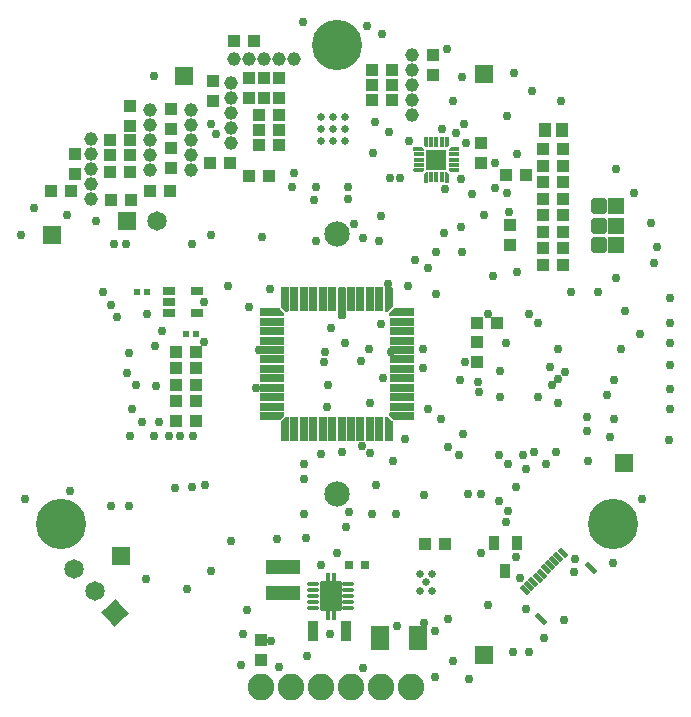
<source format=gbs>
G04*
G04 #@! TF.GenerationSoftware,Altium Limited,Altium Designer,22.3.1 (43)*
G04*
G04 Layer_Color=16711935*
%FSLAX25Y25*%
%MOIN*%
G70*
G04*
G04 #@! TF.SameCoordinates,81C90355-7C20-497C-A289-08F7F31E86F5*
G04*
G04*
G04 #@! TF.FilePolarity,Negative*
G04*
G01*
G75*
%ADD39R,0.03740X0.06693*%
%ADD50R,0.11221X0.04528*%
G04:AMPARAMS|DCode=52|XSize=16.54mil|YSize=38.98mil|CornerRadius=4.74mil|HoleSize=0mil|Usage=FLASHONLY|Rotation=90.000|XOffset=0mil|YOffset=0mil|HoleType=Round|Shape=RoundedRectangle|*
%AMROUNDEDRECTD52*
21,1,0.01654,0.02950,0,0,90.0*
21,1,0.00706,0.03898,0,0,90.0*
1,1,0.00948,0.01475,0.00353*
1,1,0.00948,0.01475,-0.00353*
1,1,0.00948,-0.01475,-0.00353*
1,1,0.00948,-0.01475,0.00353*
%
%ADD52ROUNDEDRECTD52*%
G04:AMPARAMS|DCode=53|XSize=70.47mil|YSize=100mil|CornerRadius=4.71mil|HoleSize=0mil|Usage=FLASHONLY|Rotation=0.000|XOffset=0mil|YOffset=0mil|HoleType=Round|Shape=RoundedRectangle|*
%AMROUNDEDRECTD53*
21,1,0.07047,0.09059,0,0,0.0*
21,1,0.06106,0.10000,0,0,0.0*
1,1,0.00941,0.03053,-0.04530*
1,1,0.00941,-0.03053,-0.04530*
1,1,0.00941,-0.03053,0.04530*
1,1,0.00941,0.03053,0.04530*
%
%ADD53ROUNDEDRECTD53*%
%ADD55R,0.04134X0.04134*%
%ADD59R,0.05906X0.08071*%
%ADD60R,0.04331X0.04724*%
%ADD63R,0.04134X0.04134*%
%ADD65R,0.06496X0.06496*%
%ADD66C,0.08858*%
G04:AMPARAMS|DCode=67|XSize=55.12mil|YSize=55.12mil|CornerRadius=15.26mil|HoleSize=0mil|Usage=FLASHONLY|Rotation=180.000|XOffset=0mil|YOffset=0mil|HoleType=Round|Shape=RoundedRectangle|*
%AMROUNDEDRECTD67*
21,1,0.05512,0.02461,0,0,180.0*
21,1,0.02461,0.05512,0,0,180.0*
1,1,0.03051,-0.01230,0.01230*
1,1,0.03051,0.01230,0.01230*
1,1,0.03051,0.01230,-0.01230*
1,1,0.03051,-0.01230,-0.01230*
%
%ADD67ROUNDEDRECTD67*%
%ADD68R,0.05512X0.05512*%
%ADD69C,0.04600*%
%ADD70R,0.06496X0.06496*%
%ADD71C,0.06496*%
%ADD72P,0.09187X4X178.0*%
%ADD73C,0.16732*%
%ADD74C,0.08465*%
%ADD75C,0.02953*%
%ADD76C,0.02559*%
%ADD102R,0.02423X0.02254*%
%ADD109R,0.02559X0.02756*%
G04:AMPARAMS|DCode=122|XSize=17.72mil|YSize=33.47mil|CornerRadius=0mil|HoleSize=0mil|Usage=FLASHONLY|Rotation=225.000|XOffset=0mil|YOffset=0mil|HoleType=Round|Shape=Rectangle|*
%AMROTATEDRECTD122*
4,1,4,-0.00557,0.01810,0.01810,-0.00557,0.00557,-0.01810,-0.01810,0.00557,-0.00557,0.01810,0.0*
%
%ADD122ROTATEDRECTD122*%

G04:AMPARAMS|DCode=123|XSize=17.72mil|YSize=45.28mil|CornerRadius=0mil|HoleSize=0mil|Usage=FLASHONLY|Rotation=225.000|XOffset=0mil|YOffset=0mil|HoleType=Round|Shape=Rectangle|*
%AMROTATEDRECTD123*
4,1,4,-0.00974,0.02227,0.02227,-0.00974,0.00974,-0.02227,-0.02227,0.00974,-0.00974,0.02227,0.0*
%
%ADD123ROTATEDRECTD123*%

%ADD124R,0.03347X0.04528*%
%ADD125R,0.02559X0.08268*%
%ADD126R,0.02559X0.04528*%
G04:AMPARAMS|DCode=127|XSize=25.59mil|YSize=108.27mil|CornerRadius=0mil|HoleSize=0mil|Usage=FLASHONLY|Rotation=180.000|XOffset=0mil|YOffset=0mil|HoleType=Round|Shape=Octagon|*
%AMOCTAGOND127*
4,1,8,0.00640,-0.05413,-0.00640,-0.05413,-0.01280,-0.04774,-0.01280,0.04774,-0.00640,0.05413,0.00640,0.05413,0.01280,0.04774,0.01280,-0.04774,0.00640,-0.05413,0.0*
%
%ADD127OCTAGOND127*%

%ADD128R,0.08268X0.02559*%
%ADD129R,0.04528X0.02559*%
%ADD130R,0.01378X0.01968*%
%ADD131R,0.07087X0.07087*%
%ADD132R,0.01378X0.03543*%
%ADD133R,0.03543X0.01378*%
%ADD134R,0.01968X0.01378*%
G04:AMPARAMS|DCode=135|XSize=13.78mil|YSize=19.68mil|CornerRadius=0mil|HoleSize=0mil|Usage=FLASHONLY|Rotation=90.000|XOffset=0mil|YOffset=0mil|HoleType=Round|Shape=Octagon|*
%AMOCTAGOND135*
4,1,8,-0.00984,-0.00345,-0.00984,0.00345,-0.00640,0.00689,0.00640,0.00689,0.00984,0.00345,0.00984,-0.00345,0.00640,-0.00689,-0.00640,-0.00689,-0.00984,-0.00345,0.0*
%
%ADD135OCTAGOND135*%

%ADD136R,0.04134X0.03150*%
%ADD137R,0.01693X0.03346*%
%ADD138R,0.01693X0.03347*%
G36*
X121480Y120314D02*
X121503Y120312D01*
X121503Y120312D01*
X121504Y120312D01*
X121527Y120307D01*
X121548Y120301D01*
X121549Y120301D01*
X121549Y120301D01*
X121572Y120291D01*
X121591Y120284D01*
X121591Y120283D01*
X121592Y120283D01*
X121613Y120270D01*
X121631Y120259D01*
X121631Y120259D01*
X121631Y120259D01*
X121651Y120243D01*
X121666Y120229D01*
X121666Y120229D01*
X121667Y120229D01*
X121683Y120209D01*
X121696Y120194D01*
X121696Y120194D01*
X121697Y120193D01*
X121709Y120173D01*
X121721Y120154D01*
X121721Y120154D01*
X121721Y120153D01*
X121729Y120133D01*
X121738Y120111D01*
X121739Y120111D01*
X121739Y120110D01*
X121744Y120088D01*
X121749Y120066D01*
X121749Y120066D01*
X121749Y120065D01*
X121751Y120042D01*
X121753Y120020D01*
X121753Y120019D01*
X121753Y120019D01*
X121733Y112342D01*
X121731Y112319D01*
X121730Y112296D01*
X121730Y112296D01*
X121729Y112295D01*
X121724Y112274D01*
X121719Y112251D01*
X121719Y112251D01*
X121719Y112250D01*
X121710Y112231D01*
X121701Y112208D01*
X121701Y112208D01*
X121701Y112207D01*
X121689Y112189D01*
X121677Y112168D01*
X121676Y112168D01*
X121676Y112168D01*
X121662Y112151D01*
X121646Y112133D01*
X121646Y112133D01*
X121646Y112133D01*
X121628Y112118D01*
X121611Y112103D01*
X121611Y112103D01*
X121610Y112102D01*
X121592Y112091D01*
X121572Y112079D01*
X121571Y112078D01*
X121571Y112078D01*
X121551Y112070D01*
X121528Y112061D01*
X121528Y112061D01*
X121528Y112061D01*
X121506Y112055D01*
X121483Y112050D01*
X121483Y112050D01*
X121483Y112050D01*
X121459Y112048D01*
X121437Y112046D01*
X119488D01*
X119442Y112050D01*
X119397Y112061D01*
X119354Y112079D01*
X119314Y112103D01*
X119279Y112133D01*
X119249Y112168D01*
X119224Y112208D01*
X119207Y112251D01*
X119196Y112296D01*
X119192Y112343D01*
Y118642D01*
X119196Y118688D01*
X119207Y118733D01*
X119224Y118776D01*
X119249Y118816D01*
X119279Y118851D01*
X120657Y120229D01*
X120692Y120259D01*
X120732Y120284D01*
X120744Y120289D01*
X120775Y120301D01*
X120820Y120312D01*
X120866Y120316D01*
X121457D01*
X121457Y120316D01*
X121458Y120316D01*
X121480Y120314D01*
D02*
G37*
G36*
X120066Y121749D02*
X120111Y121738D01*
X120154Y121721D01*
X120194Y121696D01*
X120229Y121666D01*
X120259Y121631D01*
X120284Y121591D01*
X120301Y121548D01*
X120312Y121503D01*
X120316Y121457D01*
Y120866D01*
X120312Y120820D01*
X120301Y120775D01*
X120289Y120744D01*
X120284Y120732D01*
X120259Y120692D01*
X120229Y120657D01*
X118851Y119279D01*
X118816Y119249D01*
X118776Y119224D01*
X118733Y119207D01*
X118688Y119196D01*
X118642Y119192D01*
X112343D01*
X112296Y119196D01*
X112251Y119207D01*
X112208Y119224D01*
X112168Y119249D01*
X112133Y119279D01*
X112103Y119314D01*
X112079Y119354D01*
X112061Y119397D01*
X112050Y119442D01*
X112046Y119488D01*
Y121457D01*
X112050Y121503D01*
X112061Y121548D01*
X112079Y121591D01*
X112103Y121631D01*
X112133Y121666D01*
X112168Y121696D01*
X112208Y121721D01*
X112251Y121738D01*
X112296Y121749D01*
X112343Y121753D01*
X120020D01*
X120066Y121749D01*
D02*
G37*
G36*
X121503Y163541D02*
X121548Y163530D01*
X121591Y163512D01*
X121631Y163488D01*
X121666Y163458D01*
X121696Y163422D01*
X121721Y163382D01*
X121738Y163340D01*
X121749Y163294D01*
X121753Y163248D01*
Y155571D01*
X121749Y155525D01*
X121738Y155479D01*
X121721Y155436D01*
X121696Y155397D01*
X121666Y155361D01*
X121631Y155331D01*
X121591Y155307D01*
X121548Y155289D01*
X121503Y155278D01*
X121457Y155275D01*
X120866D01*
X120820Y155278D01*
X120775Y155289D01*
X120744Y155302D01*
X120732Y155307D01*
X120692Y155331D01*
X120657Y155361D01*
X119279Y156739D01*
X119249Y156775D01*
X119224Y156814D01*
X119207Y156857D01*
X119196Y156903D01*
X119192Y156949D01*
Y163248D01*
X119196Y163294D01*
X119207Y163340D01*
X119224Y163382D01*
X119249Y163422D01*
X119279Y163458D01*
X119314Y163488D01*
X119354Y163512D01*
X119397Y163530D01*
X119442Y163541D01*
X119488Y163544D01*
X121457D01*
X121503Y163541D01*
D02*
G37*
G36*
X118688Y156395D02*
X118733Y156384D01*
X118776Y156366D01*
X118816Y156342D01*
X118851Y156312D01*
X120229Y154934D01*
X120259Y154899D01*
X120284Y154859D01*
X120289Y154846D01*
X120301Y154816D01*
X120312Y154771D01*
X120316Y154724D01*
Y154134D01*
X120316Y154133D01*
X120316Y154133D01*
X120314Y154110D01*
X120312Y154087D01*
X120312Y154087D01*
X120312Y154087D01*
X120307Y154064D01*
X120301Y154042D01*
X120301Y154042D01*
X120301Y154042D01*
X120291Y154018D01*
X120284Y153999D01*
X120283Y153999D01*
X120283Y153999D01*
X120270Y153977D01*
X120259Y153960D01*
X120259Y153960D01*
X120259Y153959D01*
X120243Y153940D01*
X120229Y153924D01*
X120229Y153924D01*
X120229Y153924D01*
X120209Y153907D01*
X120194Y153894D01*
X120194Y153894D01*
X120193Y153894D01*
X120173Y153881D01*
X120154Y153870D01*
X120154Y153870D01*
X120153Y153870D01*
X120133Y153861D01*
X120111Y153852D01*
X120111Y153852D01*
X120110Y153852D01*
X120088Y153847D01*
X120066Y153841D01*
X120066Y153841D01*
X120065Y153841D01*
X120042Y153839D01*
X120020Y153838D01*
X120019Y153838D01*
X120019Y153838D01*
X112342Y153857D01*
X112319Y153859D01*
X112296Y153861D01*
X112296Y153861D01*
X112295Y153861D01*
X112274Y153866D01*
X112251Y153872D01*
X112251Y153872D01*
X112250Y153872D01*
X112231Y153880D01*
X112208Y153890D01*
X112208Y153890D01*
X112207Y153890D01*
X112189Y153901D01*
X112168Y153914D01*
X112168Y153914D01*
X112168Y153914D01*
X112151Y153929D01*
X112133Y153944D01*
X112133Y153944D01*
X112133Y153945D01*
X112118Y153962D01*
X112103Y153979D01*
X112103Y153980D01*
X112102Y153980D01*
X112091Y153999D01*
X112079Y154019D01*
X112078Y154019D01*
X112078Y154020D01*
X112070Y154040D01*
X112061Y154062D01*
X112061Y154062D01*
X112061Y154063D01*
X112055Y154085D01*
X112050Y154107D01*
X112050Y154108D01*
X112050Y154108D01*
X112048Y154131D01*
X112046Y154154D01*
Y156102D01*
X112050Y156149D01*
X112061Y156194D01*
X112079Y156237D01*
X112103Y156277D01*
X112133Y156312D01*
X112168Y156342D01*
X112208Y156366D01*
X112251Y156384D01*
X112296Y156395D01*
X112343Y156399D01*
X118642D01*
X118688Y156395D01*
D02*
G37*
G36*
X163249Y121733D02*
X163272Y121731D01*
X163294Y121730D01*
X163295Y121730D01*
X163295Y121729D01*
X163316Y121724D01*
X163340Y121719D01*
X163340Y121719D01*
X163340Y121719D01*
X163360Y121710D01*
X163382Y121701D01*
X163383Y121701D01*
X163383Y121701D01*
X163402Y121689D01*
X163422Y121677D01*
X163423Y121676D01*
X163423Y121676D01*
X163440Y121662D01*
X163458Y121646D01*
X163458Y121646D01*
X163458Y121646D01*
X163473Y121628D01*
X163488Y121611D01*
X163488Y121611D01*
X163488Y121610D01*
X163500Y121592D01*
X163512Y121572D01*
X163512Y121571D01*
X163512Y121571D01*
X163521Y121551D01*
X163530Y121528D01*
X163530Y121528D01*
X163530Y121528D01*
X163535Y121506D01*
X163541Y121483D01*
X163541Y121483D01*
X163541Y121483D01*
X163542Y121459D01*
X163544Y121437D01*
Y119488D01*
X163541Y119442D01*
X163530Y119397D01*
X163512Y119354D01*
X163488Y119314D01*
X163458Y119279D01*
X163422Y119249D01*
X163382Y119224D01*
X163340Y119207D01*
X163294Y119196D01*
X163248Y119192D01*
X156949D01*
X156903Y119196D01*
X156857Y119207D01*
X156814Y119224D01*
X156775Y119249D01*
X156739Y119279D01*
X155361Y120657D01*
X155331Y120692D01*
X155307Y120732D01*
X155302Y120744D01*
X155289Y120775D01*
X155278Y120820D01*
X155275Y120866D01*
Y121457D01*
X155275Y121457D01*
X155275Y121458D01*
X155277Y121480D01*
X155278Y121503D01*
X155278Y121503D01*
X155278Y121504D01*
X155284Y121527D01*
X155289Y121548D01*
X155289Y121549D01*
X155289Y121549D01*
X155299Y121572D01*
X155307Y121591D01*
X155307Y121591D01*
X155307Y121592D01*
X155320Y121613D01*
X155331Y121631D01*
X155332Y121631D01*
X155332Y121631D01*
X155348Y121651D01*
X155361Y121666D01*
X155362Y121666D01*
X155362Y121667D01*
X155382Y121683D01*
X155397Y121696D01*
X155397Y121696D01*
X155397Y121697D01*
X155418Y121709D01*
X155436Y121721D01*
X155437Y121721D01*
X155437Y121721D01*
X155458Y121729D01*
X155479Y121738D01*
X155480Y121739D01*
X155480Y121739D01*
X155502Y121744D01*
X155525Y121749D01*
X155525Y121749D01*
X155525Y121749D01*
X155549Y121751D01*
X155571Y121753D01*
X155571Y121753D01*
X155572Y121753D01*
X163249Y121733D01*
D02*
G37*
G36*
X154771Y120312D02*
X154816Y120301D01*
X154846Y120289D01*
X154859Y120284D01*
X154899Y120259D01*
X154934Y120229D01*
X156312Y118851D01*
X156342Y118816D01*
X156366Y118776D01*
X156384Y118733D01*
X156395Y118688D01*
X156399Y118642D01*
Y112343D01*
X156395Y112296D01*
X156384Y112251D01*
X156366Y112208D01*
X156342Y112168D01*
X156312Y112133D01*
X156277Y112103D01*
X156237Y112079D01*
X156194Y112061D01*
X156149Y112050D01*
X156102Y112046D01*
X154134D01*
X154087Y112050D01*
X154042Y112061D01*
X153999Y112079D01*
X153960Y112103D01*
X153924Y112133D01*
X153894Y112168D01*
X153870Y112208D01*
X153852Y112251D01*
X153841Y112296D01*
X153838Y112343D01*
Y120020D01*
X153841Y120066D01*
X153852Y120111D01*
X153870Y120154D01*
X153894Y120194D01*
X153924Y120229D01*
X153960Y120259D01*
X153999Y120284D01*
X154042Y120301D01*
X154087Y120312D01*
X154134Y120316D01*
X154724D01*
X154771Y120312D01*
D02*
G37*
G36*
X156149Y163541D02*
X156194Y163530D01*
X156237Y163512D01*
X156277Y163488D01*
X156312Y163458D01*
X156342Y163422D01*
X156366Y163382D01*
X156384Y163340D01*
X156395Y163294D01*
X156399Y163248D01*
Y156949D01*
X156395Y156903D01*
X156384Y156857D01*
X156366Y156814D01*
X156342Y156775D01*
X156312Y156739D01*
X154934Y155361D01*
X154899Y155331D01*
X154859Y155307D01*
X154846Y155302D01*
X154816Y155289D01*
X154771Y155278D01*
X154724Y155275D01*
X154134D01*
X154133Y155275D01*
X154133Y155275D01*
X154110Y155277D01*
X154087Y155278D01*
X154087Y155278D01*
X154087Y155278D01*
X154064Y155284D01*
X154042Y155289D01*
X154042Y155289D01*
X154042Y155289D01*
X154018Y155299D01*
X153999Y155307D01*
X153999Y155307D01*
X153999Y155307D01*
X153977Y155320D01*
X153960Y155331D01*
X153960Y155332D01*
X153959Y155332D01*
X153940Y155348D01*
X153924Y155361D01*
X153924Y155362D01*
X153924Y155362D01*
X153907Y155382D01*
X153894Y155397D01*
X153894Y155397D01*
X153894Y155397D01*
X153881Y155418D01*
X153870Y155436D01*
X153870Y155437D01*
X153870Y155437D01*
X153861Y155458D01*
X153852Y155479D01*
X153852Y155480D01*
X153852Y155480D01*
X153847Y155502D01*
X153841Y155525D01*
X153841Y155525D01*
X153841Y155525D01*
X153839Y155549D01*
X153838Y155571D01*
X153838Y155571D01*
X153838Y155572D01*
X153857Y163249D01*
X153859Y163272D01*
X153861Y163294D01*
X153861Y163295D01*
X153861Y163295D01*
X153866Y163316D01*
X153872Y163340D01*
X153872Y163340D01*
X153872Y163340D01*
X153880Y163360D01*
X153890Y163382D01*
X153890Y163383D01*
X153890Y163383D01*
X153901Y163402D01*
X153914Y163422D01*
X153914Y163423D01*
X153914Y163423D01*
X153929Y163440D01*
X153944Y163458D01*
X153944Y163458D01*
X153945Y163458D01*
X153962Y163473D01*
X153979Y163488D01*
X153980Y163488D01*
X153980Y163488D01*
X153999Y163500D01*
X154019Y163512D01*
X154019Y163512D01*
X154020Y163512D01*
X154040Y163521D01*
X154062Y163530D01*
X154062Y163530D01*
X154063Y163530D01*
X154085Y163535D01*
X154107Y163541D01*
X154108Y163541D01*
X154108Y163541D01*
X154131Y163542D01*
X154154Y163544D01*
X156102D01*
X156149Y163541D01*
D02*
G37*
G36*
X163294Y156395D02*
X163340Y156384D01*
X163382Y156366D01*
X163422Y156342D01*
X163458Y156312D01*
X163488Y156277D01*
X163512Y156237D01*
X163530Y156194D01*
X163541Y156149D01*
X163544Y156102D01*
Y154134D01*
X163541Y154087D01*
X163530Y154042D01*
X163512Y153999D01*
X163488Y153960D01*
X163458Y153924D01*
X163422Y153894D01*
X163382Y153870D01*
X163340Y153852D01*
X163294Y153841D01*
X163248Y153838D01*
X155571D01*
X155525Y153841D01*
X155479Y153852D01*
X155436Y153870D01*
X155397Y153894D01*
X155361Y153924D01*
X155331Y153960D01*
X155307Y153999D01*
X155289Y154042D01*
X155278Y154087D01*
X155275Y154134D01*
Y154724D01*
X155278Y154771D01*
X155289Y154816D01*
X155302Y154846D01*
X155307Y154859D01*
X155331Y154899D01*
X155361Y154934D01*
X156739Y156312D01*
X156775Y156342D01*
X156814Y156366D01*
X156857Y156384D01*
X156903Y156395D01*
X156949Y156399D01*
X163248D01*
X163294Y156395D01*
D02*
G37*
G36*
X166708Y203143D02*
X166745Y203132D01*
X166779Y203113D01*
X166809Y203089D01*
X166834Y203059D01*
X166852Y203025D01*
X166863Y202987D01*
X166867Y202949D01*
Y202654D01*
X166867Y202654D01*
X166865Y202634D01*
X166863Y202615D01*
X166855Y202587D01*
X166852Y202578D01*
X166834Y202544D01*
X166822Y202529D01*
X166809Y202514D01*
X166809Y202514D01*
X166120Y201825D01*
X166120Y201825D01*
X166107Y201814D01*
X166090Y201800D01*
X166056Y201782D01*
X166019Y201771D01*
X166015Y201770D01*
X165980Y201767D01*
X165980Y201767D01*
X163913D01*
X163875Y201771D01*
X163838Y201782D01*
X163804Y201800D01*
X163774Y201825D01*
X163749Y201855D01*
X163731Y201889D01*
X163719Y201926D01*
X163716Y201965D01*
Y202949D01*
X163719Y202987D01*
X163731Y203025D01*
X163749Y203059D01*
X163774Y203089D01*
X163804Y203113D01*
X163838Y203132D01*
X163875Y203143D01*
X163913Y203147D01*
X166669D01*
X166708Y203143D01*
D02*
G37*
G36*
X167654Y201867D02*
X167949D01*
X167987Y201863D01*
X168025Y201852D01*
X168059Y201834D01*
X168089Y201809D01*
X168113Y201779D01*
X168132Y201745D01*
X168143Y201708D01*
X168147Y201669D01*
Y198520D01*
X168143Y198481D01*
X168132Y198444D01*
X168113Y198410D01*
X168089Y198380D01*
X168059Y198355D01*
X168025Y198337D01*
X167987Y198326D01*
X167949Y198322D01*
X166965D01*
X166926Y198326D01*
X166889Y198337D01*
X166855Y198355D01*
X166825Y198380D01*
X166800Y198410D01*
X166782Y198444D01*
X166771Y198481D01*
X166767Y198520D01*
Y200980D01*
X166767Y200980D01*
X166770Y201015D01*
X166771Y201019D01*
X166782Y201056D01*
X166800Y201090D01*
X166814Y201107D01*
X166825Y201120D01*
X166825Y201120D01*
X167514Y201809D01*
X167514Y201809D01*
X167529Y201821D01*
X167544Y201834D01*
X167578Y201852D01*
X167587Y201855D01*
X167615Y201863D01*
X167634Y201865D01*
X167654Y201867D01*
X167654Y201867D01*
D02*
G37*
G36*
X167987Y213674D02*
X168025Y213663D01*
X168059Y213645D01*
X168089Y213620D01*
X168113Y213590D01*
X168132Y213556D01*
X168143Y213519D01*
X168147Y213480D01*
Y210331D01*
X168143Y210292D01*
X168132Y210255D01*
X168113Y210221D01*
X168089Y210191D01*
X168059Y210166D01*
X168025Y210148D01*
X167987Y210137D01*
X167949Y210133D01*
X167654D01*
X167654Y210133D01*
X167634Y210135D01*
X167615Y210137D01*
X167587Y210145D01*
X167578Y210148D01*
X167544Y210166D01*
X167529Y210178D01*
X167514Y210191D01*
X167514Y210191D01*
X166825Y210880D01*
X166825Y210880D01*
X166814Y210893D01*
X166800Y210910D01*
X166782Y210944D01*
X166771Y210981D01*
X166770Y210985D01*
X166767Y211020D01*
X166767Y211020D01*
Y213480D01*
X166771Y213519D01*
X166782Y213556D01*
X166800Y213590D01*
X166825Y213620D01*
X166855Y213645D01*
X166889Y213663D01*
X166926Y213674D01*
X166965Y213678D01*
X167949D01*
X167987Y213674D01*
D02*
G37*
G36*
X166015Y210230D02*
X166019Y210229D01*
X166056Y210218D01*
X166090Y210200D01*
X166107Y210186D01*
X166120Y210175D01*
X166120Y210175D01*
X166809Y209486D01*
X166809Y209486D01*
X166822Y209471D01*
X166834Y209456D01*
X166852Y209422D01*
X166855Y209414D01*
X166863Y209385D01*
X166865Y209366D01*
X166867Y209347D01*
X166867Y209346D01*
Y209051D01*
X166863Y209013D01*
X166852Y208976D01*
X166834Y208941D01*
X166809Y208911D01*
X166779Y208887D01*
X166745Y208868D01*
X166708Y208857D01*
X166669Y208853D01*
X163520D01*
X163481Y208857D01*
X163444Y208868D01*
X163410Y208887D01*
X163380Y208911D01*
X163355Y208941D01*
X163337Y208976D01*
X163326Y209013D01*
X163322Y209051D01*
Y210035D01*
X163326Y210074D01*
X163337Y210111D01*
X163355Y210145D01*
X163380Y210175D01*
X163410Y210200D01*
X163444Y210218D01*
X163481Y210229D01*
X163520Y210233D01*
X165980D01*
X165980Y210233D01*
X166015Y210230D01*
D02*
G37*
G36*
X178519Y203143D02*
X178556Y203132D01*
X178590Y203113D01*
X178620Y203089D01*
X178645Y203059D01*
X178663Y203025D01*
X178674Y202987D01*
X178678Y202949D01*
Y201965D01*
X178674Y201926D01*
X178663Y201889D01*
X178645Y201855D01*
X178620Y201825D01*
X178590Y201800D01*
X178556Y201782D01*
X178519Y201771D01*
X178480Y201767D01*
X176020D01*
X176020Y201767D01*
X175985Y201770D01*
X175981Y201771D01*
X175944Y201782D01*
X175910Y201800D01*
X175893Y201814D01*
X175880Y201825D01*
X175880Y201825D01*
X175191Y202514D01*
X175191Y202514D01*
X175179Y202529D01*
X175166Y202544D01*
X175148Y202578D01*
X175145Y202587D01*
X175137Y202615D01*
X175135Y202634D01*
X175133Y202654D01*
X175133Y202654D01*
Y202949D01*
X175137Y202987D01*
X175148Y203025D01*
X175166Y203059D01*
X175191Y203089D01*
X175221Y203113D01*
X175255Y203132D01*
X175292Y203143D01*
X175331Y203147D01*
X178480D01*
X178519Y203143D01*
D02*
G37*
G36*
X174366Y201865D02*
X174385Y201863D01*
X174414Y201855D01*
X174422Y201852D01*
X174456Y201834D01*
X174471Y201821D01*
X174486Y201809D01*
X174486Y201809D01*
X175175Y201120D01*
X175175Y201120D01*
X175186Y201107D01*
X175200Y201090D01*
X175218Y201056D01*
X175229Y201019D01*
X175230Y201015D01*
X175233Y200980D01*
X175233Y200980D01*
Y198520D01*
X175229Y198481D01*
X175218Y198444D01*
X175200Y198410D01*
X175175Y198380D01*
X175145Y198355D01*
X175111Y198337D01*
X175074Y198326D01*
X175035Y198322D01*
X174051D01*
X174013Y198326D01*
X173976Y198337D01*
X173941Y198355D01*
X173911Y198380D01*
X173887Y198410D01*
X173868Y198444D01*
X173857Y198481D01*
X173853Y198520D01*
Y201669D01*
X173857Y201708D01*
X173868Y201745D01*
X173887Y201779D01*
X173911Y201809D01*
X173941Y201834D01*
X173976Y201852D01*
X174013Y201863D01*
X174051Y201867D01*
X174346D01*
X174346Y201867D01*
X174366Y201865D01*
D02*
G37*
G36*
X175074Y213674D02*
X175111Y213663D01*
X175145Y213645D01*
X175175Y213620D01*
X175200Y213590D01*
X175218Y213556D01*
X175229Y213519D01*
X175233Y213480D01*
Y211020D01*
X175233Y211020D01*
X175230Y210985D01*
X175229Y210981D01*
X175218Y210944D01*
X175200Y210910D01*
X175186Y210893D01*
X175175Y210880D01*
X175175Y210880D01*
X174486Y210191D01*
X174486Y210191D01*
X174471Y210178D01*
X174456Y210166D01*
X174422Y210148D01*
X174414Y210145D01*
X174385Y210137D01*
X174366Y210135D01*
X174346Y210133D01*
X174346Y210133D01*
X174051D01*
X174013Y210137D01*
X173976Y210148D01*
X173941Y210166D01*
X173911Y210191D01*
X173887Y210221D01*
X173868Y210255D01*
X173857Y210292D01*
X173853Y210331D01*
Y213480D01*
X173857Y213519D01*
X173868Y213556D01*
X173887Y213590D01*
X173911Y213620D01*
X173941Y213645D01*
X173976Y213663D01*
X174013Y213674D01*
X174051Y213678D01*
X175035D01*
X175074Y213674D01*
D02*
G37*
G36*
X176020Y210233D02*
X178480D01*
X178519Y210229D01*
X178556Y210218D01*
X178590Y210200D01*
X178620Y210175D01*
X178645Y210145D01*
X178663Y210111D01*
X178674Y210074D01*
X178678Y210035D01*
Y209051D01*
X178674Y209013D01*
X178663Y208976D01*
X178645Y208941D01*
X178620Y208911D01*
X178590Y208887D01*
X178556Y208868D01*
X178519Y208857D01*
X178480Y208853D01*
X175331D01*
X175292Y208857D01*
X175255Y208868D01*
X175221Y208887D01*
X175191Y208911D01*
X175166Y208941D01*
X175148Y208976D01*
X175137Y209013D01*
X175133Y209051D01*
Y209346D01*
X175133Y209347D01*
X175135Y209366D01*
X175137Y209385D01*
X175145Y209414D01*
X175148Y209422D01*
X175166Y209456D01*
X175179Y209471D01*
X175191Y209486D01*
X175191Y209486D01*
X175880Y210175D01*
X175880Y210175D01*
X175893Y210186D01*
X175910Y210200D01*
X175944Y210218D01*
X175981Y210229D01*
X175985Y210230D01*
X176020Y210233D01*
X176020Y210233D01*
D02*
G37*
D39*
X141012Y49000D02*
D03*
X129988D02*
D03*
D50*
X120000Y61669D02*
D03*
Y70331D02*
D03*
D52*
X130000Y56500D02*
D03*
Y58468D02*
D03*
Y60437D02*
D03*
Y62406D02*
D03*
Y64374D02*
D03*
X141614D02*
D03*
Y62406D02*
D03*
Y60437D02*
D03*
Y58468D02*
D03*
Y56500D02*
D03*
D53*
X135807Y60437D02*
D03*
D55*
X103654Y245500D02*
D03*
X110346D02*
D03*
X90846Y136500D02*
D03*
X84154D02*
D03*
X206654Y182000D02*
D03*
X213346D02*
D03*
X206654Y176500D02*
D03*
X213346D02*
D03*
X206654Y187500D02*
D03*
X213346D02*
D03*
X206654Y193000D02*
D03*
X213346D02*
D03*
X206654Y198500D02*
D03*
X213346D02*
D03*
X156346Y226000D02*
D03*
X149654D02*
D03*
X200846Y201000D02*
D03*
X194154D02*
D03*
X213346Y171000D02*
D03*
X206654D02*
D03*
X84154Y142000D02*
D03*
X90846D02*
D03*
X213346Y204000D02*
D03*
X206654D02*
D03*
X84154Y125500D02*
D03*
X90846D02*
D03*
X84154Y131000D02*
D03*
X90846D02*
D03*
X156346Y231000D02*
D03*
X149654D02*
D03*
X156346Y236000D02*
D03*
X149654D02*
D03*
X213346Y209500D02*
D03*
X206654D02*
D03*
X112004Y221000D02*
D03*
X118697D02*
D03*
X112004Y216000D02*
D03*
X118697D02*
D03*
X95654Y205000D02*
D03*
X102346D02*
D03*
X68846Y212500D02*
D03*
X62154D02*
D03*
X68846Y207500D02*
D03*
X62154D02*
D03*
Y202000D02*
D03*
X68846D02*
D03*
X49346Y195500D02*
D03*
X42654D02*
D03*
X184654Y151500D02*
D03*
X191346D02*
D03*
X90846Y119000D02*
D03*
X84154D02*
D03*
X167154Y78000D02*
D03*
X173846D02*
D03*
X112004Y211000D02*
D03*
X118697D02*
D03*
X108654Y200500D02*
D03*
X115346D02*
D03*
X75654Y195500D02*
D03*
X82346D02*
D03*
X62654Y192500D02*
D03*
X69346D02*
D03*
D59*
X152201Y46500D02*
D03*
X164799D02*
D03*
D60*
X207146Y216000D02*
D03*
X212854D02*
D03*
D63*
X112500Y45846D02*
D03*
Y39154D02*
D03*
X195500Y177654D02*
D03*
Y184346D02*
D03*
X186000Y211610D02*
D03*
Y204917D02*
D03*
X108500Y226654D02*
D03*
Y233346D02*
D03*
X96500Y232346D02*
D03*
Y225654D02*
D03*
X118500Y233346D02*
D03*
Y226654D02*
D03*
X113500Y233346D02*
D03*
Y226654D02*
D03*
X82500Y216154D02*
D03*
Y222846D02*
D03*
Y209846D02*
D03*
Y203154D02*
D03*
X69000Y217154D02*
D03*
Y223846D02*
D03*
X50500Y207846D02*
D03*
Y201154D02*
D03*
X184500Y145346D02*
D03*
Y138654D02*
D03*
X170000Y240846D02*
D03*
Y234154D02*
D03*
D65*
X66000Y74000D02*
D03*
X187000Y41000D02*
D03*
D66*
X112480Y30315D02*
D03*
X142480D02*
D03*
X152480D02*
D03*
X162480D02*
D03*
X122480D02*
D03*
X132480D02*
D03*
D67*
X225047Y190500D02*
D03*
Y184000D02*
D03*
Y177500D02*
D03*
D68*
X230953Y190500D02*
D03*
Y184000D02*
D03*
Y177500D02*
D03*
D69*
X102500Y211500D02*
D03*
Y216500D02*
D03*
Y221500D02*
D03*
Y226500D02*
D03*
Y231500D02*
D03*
X123500Y239500D02*
D03*
X118500D02*
D03*
X113500D02*
D03*
X108500D02*
D03*
X103500D02*
D03*
X89131Y202500D02*
D03*
Y207500D02*
D03*
Y212500D02*
D03*
Y217500D02*
D03*
Y222500D02*
D03*
X75500Y202500D02*
D03*
Y207500D02*
D03*
Y212500D02*
D03*
Y217500D02*
D03*
Y222500D02*
D03*
X56000Y213000D02*
D03*
Y208000D02*
D03*
Y203000D02*
D03*
Y198000D02*
D03*
Y193000D02*
D03*
X163000Y221000D02*
D03*
Y226000D02*
D03*
Y231000D02*
D03*
Y236000D02*
D03*
Y241000D02*
D03*
D70*
X87000Y234000D02*
D03*
X43000Y181000D02*
D03*
X233500Y105000D02*
D03*
X187000Y234500D02*
D03*
X68000Y185500D02*
D03*
D71*
X78000D02*
D03*
X57180Y62314D02*
D03*
X50360Y69627D02*
D03*
D72*
X64000Y55000D02*
D03*
D73*
X229854Y84646D02*
D03*
X137795Y244094D02*
D03*
X45736Y84646D02*
D03*
D74*
X137795Y94488D02*
D03*
Y181102D02*
D03*
D75*
X150500Y218500D02*
D03*
X200726Y56274D02*
D03*
X217000Y68500D02*
D03*
X217319Y72976D02*
D03*
X197500Y73500D02*
D03*
X198914Y66414D02*
D03*
X194132Y85338D02*
D03*
X197681Y97000D02*
D03*
X195000Y89000D02*
D03*
X201000Y103000D02*
D03*
X221130Y120047D02*
D03*
X221500Y105500D02*
D03*
X221130Y115500D02*
D03*
X74354Y66146D02*
D03*
X170500Y33500D02*
D03*
Y49000D02*
D03*
X160500Y112811D02*
D03*
X175000Y110181D02*
D03*
X168139Y122958D02*
D03*
X148500Y143000D02*
D03*
X156000Y142000D02*
D03*
X153071Y133071D02*
D03*
X149000Y124795D02*
D03*
X145835Y139000D02*
D03*
X152646Y151354D02*
D03*
X151000Y97500D02*
D03*
X207000Y46500D02*
D03*
X176500Y39000D02*
D03*
X202000Y42000D02*
D03*
X188314Y57594D02*
D03*
X203500Y108500D02*
D03*
X207500Y104500D02*
D03*
X210728Y108500D02*
D03*
X211547Y124787D02*
D03*
X227819Y127500D02*
D03*
X230319Y119500D02*
D03*
Y132500D02*
D03*
X230000Y71500D02*
D03*
X195000Y104500D02*
D03*
X156502Y105681D02*
D03*
X178740Y132500D02*
D03*
X178500Y107500D02*
D03*
X192000D02*
D03*
X172542Y119542D02*
D03*
X127000Y104500D02*
D03*
Y99500D02*
D03*
X148000Y250500D02*
D03*
X153000Y248000D02*
D03*
X126500Y252000D02*
D03*
X77000Y234000D02*
D03*
X57500Y185500D02*
D03*
X32500Y181000D02*
D03*
X37000Y190000D02*
D03*
X49000Y95500D02*
D03*
X34000Y93000D02*
D03*
X128000Y40500D02*
D03*
X106000Y37500D02*
D03*
X106500Y48000D02*
D03*
X138000Y75000D02*
D03*
X127000Y88000D02*
D03*
X149500D02*
D03*
X157500D02*
D03*
X181500Y94500D02*
D03*
X186000D02*
D03*
X229000Y113500D02*
D03*
X234000Y155500D02*
D03*
X225000Y162000D02*
D03*
X243500Y171500D02*
D03*
X244500Y177000D02*
D03*
X242500Y185000D02*
D03*
X237000Y195000D02*
D03*
X231000Y203000D02*
D03*
X197000Y235000D02*
D03*
X190500Y205000D02*
D03*
Y196500D02*
D03*
X183000Y194500D02*
D03*
X131000Y179000D02*
D03*
X108500Y157000D02*
D03*
X115500Y163000D02*
D03*
X185000Y132000D02*
D03*
X166500Y136500D02*
D03*
X211500Y143000D02*
D03*
X203000Y229000D02*
D03*
X212500Y225500D02*
D03*
X143500Y184500D02*
D03*
X179354Y183646D02*
D03*
X179500Y175197D02*
D03*
X173500Y181681D02*
D03*
X127500Y80000D02*
D03*
X141000Y83500D02*
D03*
X118000Y79500D02*
D03*
X118500Y37000D02*
D03*
X175000Y53000D02*
D03*
X158000Y50500D02*
D03*
X146500Y36500D02*
D03*
X213500Y52500D02*
D03*
X167000Y51500D02*
D03*
X132677Y70823D02*
D03*
X142000Y88500D02*
D03*
X132500Y108000D02*
D03*
X139500Y108500D02*
D03*
X111000Y130000D02*
D03*
X112000Y142500D02*
D03*
X180069Y217736D02*
D03*
X181000Y211500D02*
D03*
X177500Y215000D02*
D03*
X130038Y192634D02*
D03*
X131034Y196994D02*
D03*
X123000Y196996D02*
D03*
X123500Y201500D02*
D03*
X194315Y145000D02*
D03*
X185326Y128568D02*
D03*
X199803Y107500D02*
D03*
X159000Y200000D02*
D03*
X155500D02*
D03*
X97500Y214500D02*
D03*
X96000Y218000D02*
D03*
X48000Y187500D02*
D03*
X174500Y243000D02*
D03*
X179500Y233500D02*
D03*
X176500Y225500D02*
D03*
X93500Y158500D02*
D03*
X101500Y164000D02*
D03*
X135000Y131000D02*
D03*
X136000Y150000D02*
D03*
X202000Y154500D02*
D03*
X205000Y151500D02*
D03*
X249000Y160000D02*
D03*
Y151500D02*
D03*
Y145000D02*
D03*
Y137500D02*
D03*
Y129500D02*
D03*
Y123000D02*
D03*
X248500Y112500D02*
D03*
X239500Y93000D02*
D03*
X182000Y33000D02*
D03*
X196500Y42000D02*
D03*
X135500Y48000D02*
D03*
X88000Y63000D02*
D03*
X108000Y56000D02*
D03*
X96000Y69000D02*
D03*
X102500Y79000D02*
D03*
X94000Y97500D02*
D03*
X89500Y97000D02*
D03*
X84000Y96500D02*
D03*
X67500Y178000D02*
D03*
X63500D02*
D03*
X60000Y162000D02*
D03*
X62500Y157500D02*
D03*
X64500Y153500D02*
D03*
X78500Y118500D02*
D03*
X68000Y135000D02*
D03*
X77500Y130500D02*
D03*
X93512Y145261D02*
D03*
X77181Y144000D02*
D03*
X79500Y149000D02*
D03*
X68500Y141500D02*
D03*
X69000Y114000D02*
D03*
X69500Y123000D02*
D03*
X73000Y118500D02*
D03*
X77000Y114000D02*
D03*
X71000Y131000D02*
D03*
X90000Y114000D02*
D03*
X85500D02*
D03*
X82000D02*
D03*
X62500Y90500D02*
D03*
X68500D02*
D03*
X166500Y143000D02*
D03*
X161500Y164000D02*
D03*
X209500Y131000D02*
D03*
X211524Y133024D02*
D03*
X214000Y135055D02*
D03*
X198000Y208000D02*
D03*
X195319Y188500D02*
D03*
X167000Y94181D02*
D03*
X146138Y110659D02*
D03*
X148819Y108360D02*
D03*
X155000Y164500D02*
D03*
X152000Y179000D02*
D03*
X163957Y172531D02*
D03*
X168319Y170000D02*
D03*
X171017Y161325D02*
D03*
X180500Y138500D02*
D03*
X189767Y167201D02*
D03*
X171016Y175197D02*
D03*
X134000Y142000D02*
D03*
X133500Y138500D02*
D03*
X140500Y145000D02*
D03*
X187000Y187500D02*
D03*
X231000Y166500D02*
D03*
X192142Y127000D02*
D03*
Y135500D02*
D03*
X192000Y92181D02*
D03*
X194500Y195000D02*
D03*
X173736Y196264D02*
D03*
X179210Y199500D02*
D03*
X194500Y220500D02*
D03*
X161814Y212314D02*
D03*
X155159Y215257D02*
D03*
X149812Y208313D02*
D03*
X141402Y197000D02*
D03*
X141500Y193000D02*
D03*
X198000Y168500D02*
D03*
X216000Y161710D02*
D03*
X96000Y181000D02*
D03*
X74500Y154500D02*
D03*
X116000Y45500D02*
D03*
X232500Y143000D02*
D03*
X209000Y137000D02*
D03*
X113000Y180066D02*
D03*
X186000Y75000D02*
D03*
X152500Y187319D02*
D03*
X172772Y216319D02*
D03*
X89500Y178000D02*
D03*
X205000Y127000D02*
D03*
X188205Y154500D02*
D03*
X180000Y114500D02*
D03*
X239000Y148000D02*
D03*
X146500Y180000D02*
D03*
X134500Y123500D02*
D03*
D76*
X140516Y220181D02*
D03*
Y216244D02*
D03*
Y212307D02*
D03*
X136579Y220181D02*
D03*
Y216244D02*
D03*
Y212307D02*
D03*
X132642Y220181D02*
D03*
Y216244D02*
D03*
Y212307D02*
D03*
X169535Y62090D02*
D03*
X165598D02*
D03*
Y67996D02*
D03*
X169535D02*
D03*
X167567Y65043D02*
D03*
X135807Y60437D02*
D03*
X137776Y57484D02*
D03*
X133839D02*
D03*
Y63390D02*
D03*
X137776D02*
D03*
D102*
X90860Y148000D02*
D03*
X87486D02*
D03*
X71313Y162000D02*
D03*
X74687D02*
D03*
D109*
X147157Y71000D02*
D03*
X141843D02*
D03*
D122*
X203331Y65209D02*
D03*
X204724Y66601D02*
D03*
X206116Y67993D02*
D03*
X207507Y69385D02*
D03*
X213075Y74952D02*
D03*
X211683Y73560D02*
D03*
X210291Y72169D02*
D03*
X208899Y70777D02*
D03*
X201940Y63817D02*
D03*
X200548Y62425D02*
D03*
D123*
X222652Y69774D02*
D03*
X205726Y52848D02*
D03*
D124*
X190260Y78224D02*
D03*
X197740Y78224D02*
D03*
X194000Y68776D02*
D03*
D125*
X123622Y159409D02*
D03*
X126772D02*
D03*
X136220D02*
D03*
X133071D02*
D03*
X129921D02*
D03*
X148819D02*
D03*
X151969D02*
D03*
X145669D02*
D03*
X142520D02*
D03*
X139370Y116181D02*
D03*
X142520D02*
D03*
X145669D02*
D03*
X151969D02*
D03*
X148819D02*
D03*
X129921D02*
D03*
X133071D02*
D03*
X136220D02*
D03*
X126772D02*
D03*
X123622D02*
D03*
D126*
X155118Y160098D02*
D03*
Y115492D02*
D03*
X120472Y160098D02*
D03*
Y115492D02*
D03*
D127*
X139370Y158130D02*
D03*
D128*
X116181Y151969D02*
D03*
Y148819D02*
D03*
Y139370D02*
D03*
Y142520D02*
D03*
Y145669D02*
D03*
Y126772D02*
D03*
Y123622D02*
D03*
Y129921D02*
D03*
Y133071D02*
D03*
Y136220D02*
D03*
X159409D02*
D03*
Y133071D02*
D03*
Y129921D02*
D03*
Y123622D02*
D03*
Y126772D02*
D03*
Y145669D02*
D03*
Y142520D02*
D03*
Y139370D02*
D03*
Y148819D02*
D03*
Y151969D02*
D03*
D129*
X160098Y155118D02*
D03*
Y120472D02*
D03*
X115492Y155118D02*
D03*
Y120472D02*
D03*
D130*
X167457Y212693D02*
D03*
X174543D02*
D03*
X167457Y199307D02*
D03*
X174543D02*
D03*
D131*
X171000Y206000D02*
D03*
D132*
Y211906D02*
D03*
X172772D02*
D03*
X169228D02*
D03*
Y200094D02*
D03*
X172772D02*
D03*
X171000D02*
D03*
D133*
X176906Y206000D02*
D03*
Y207772D02*
D03*
Y204228D02*
D03*
X165094D02*
D03*
Y207772D02*
D03*
Y206000D02*
D03*
D134*
X177693Y209543D02*
D03*
Y202457D02*
D03*
X164307Y209543D02*
D03*
D135*
Y202457D02*
D03*
D136*
X81776Y154760D02*
D03*
Y158500D02*
D03*
Y162240D02*
D03*
X91224D02*
D03*
Y154760D02*
D03*
D137*
X134823Y54335D02*
D03*
X136791D02*
D03*
D138*
Y66539D02*
D03*
X134823D02*
D03*
M02*

</source>
